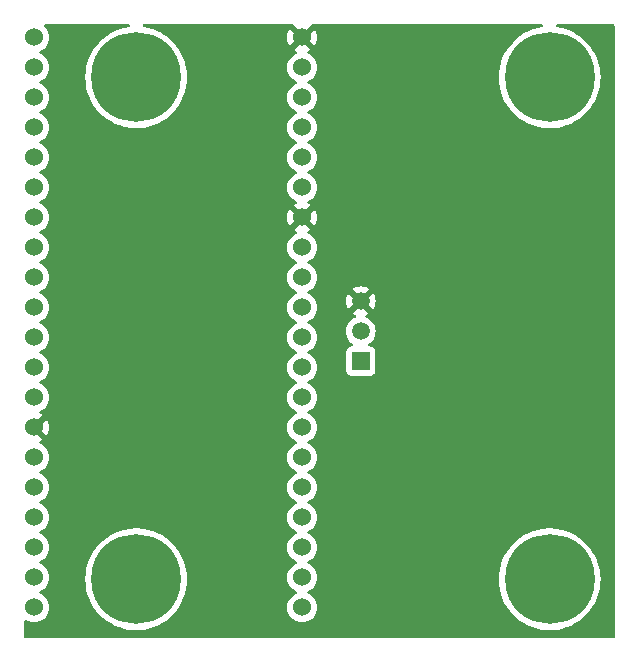
<source format=gbl>
%TF.GenerationSoftware,KiCad,Pcbnew,8.0.7-8.0.7-0~ubuntu22.04.1*%
%TF.CreationDate,2024-12-29T16:10:50-07:00*%
%TF.ProjectId,MotionDetector,4d6f7469-6f6e-4446-9574-6563746f722e,A*%
%TF.SameCoordinates,Original*%
%TF.FileFunction,Copper,L2,Bot*%
%TF.FilePolarity,Positive*%
%FSLAX46Y46*%
G04 Gerber Fmt 4.6, Leading zero omitted, Abs format (unit mm)*
G04 Created by KiCad (PCBNEW 8.0.7-8.0.7-0~ubuntu22.04.1) date 2024-12-29 16:10:50*
%MOMM*%
%LPD*%
G01*
G04 APERTURE LIST*
%TA.AperFunction,ComponentPad*%
%ADD10C,7.600000*%
%TD*%
%TA.AperFunction,ComponentPad*%
%ADD11C,1.530000*%
%TD*%
%TA.AperFunction,ComponentPad*%
%ADD12R,1.500000X1.500000*%
%TD*%
%TA.AperFunction,ComponentPad*%
%ADD13C,1.500000*%
%TD*%
G04 APERTURE END LIST*
D10*
%TO.P,REF\u002A\u002A,1*%
%TO.N,N/C*%
X145000000Y-97500000D03*
%TD*%
D11*
%TO.P,J2,1*%
%TO.N,GND*%
X124050000Y-51620000D03*
%TO.P,J2,2*%
%TO.N,P23*%
X124050000Y-54160000D03*
%TO.P,J2,3*%
%TO.N,P22*%
X124050000Y-56700000D03*
%TO.P,J2,4*%
%TO.N,TX*%
X124050000Y-59240000D03*
%TO.P,J2,5*%
%TO.N,RX*%
X124050000Y-61780000D03*
%TO.P,J2,6*%
%TO.N,P21*%
X124050000Y-64320000D03*
%TO.P,J2,7*%
%TO.N,GND*%
X124050000Y-66860000D03*
%TO.P,J2,8*%
%TO.N,P19*%
X124050000Y-69400000D03*
%TO.P,J2,9*%
%TO.N,P18*%
X124050000Y-71940000D03*
%TO.P,J2,10*%
%TO.N,P5*%
X124050000Y-74480000D03*
%TO.P,J2,11*%
%TO.N,P17*%
X124050000Y-77020000D03*
%TO.P,J2,12*%
%TO.N,P16*%
X124050000Y-79560000D03*
%TO.P,J2,13*%
%TO.N,P4*%
X124050000Y-82100000D03*
%TO.P,J2,14*%
%TO.N,P0*%
X124050000Y-84640000D03*
%TO.P,J2,15*%
%TO.N,P2*%
X124050000Y-87180000D03*
%TO.P,J2,16*%
%TO.N,P15*%
X124050000Y-89720000D03*
%TO.P,J2,17*%
%TO.N,SD1*%
X124050000Y-92260000D03*
%TO.P,J2,18*%
%TO.N,SD0*%
X124050000Y-94800000D03*
%TO.P,J2,19*%
%TO.N,CLK*%
X124050000Y-97340000D03*
%TO.P,J2,20*%
%TO.N,unconnected-(J2-Pad20)*%
X124050000Y-99880000D03*
%TD*%
D10*
%TO.P,REF\u002A\u002A,1*%
%TO.N,N/C*%
X110000000Y-55000000D03*
%TD*%
%TO.P,REF\u002A\u002A,1*%
%TO.N,N/C*%
X145000000Y-55000000D03*
%TD*%
%TO.P,REF\u002A\u002A,1*%
%TO.N,N/C*%
X110000000Y-97500000D03*
%TD*%
D11*
%TO.P,J1,1*%
%TO.N,+3.3V*%
X101350000Y-51620000D03*
%TO.P,J1,2*%
%TO.N,EN*%
X101350000Y-54160000D03*
%TO.P,J1,3*%
%TO.N,SVP*%
X101350000Y-56700000D03*
%TO.P,J1,4*%
%TO.N,SVN*%
X101350000Y-59240000D03*
%TO.P,J1,5*%
%TO.N,P34*%
X101350000Y-61780000D03*
%TO.P,J1,6*%
%TO.N,P35*%
X101350000Y-64320000D03*
%TO.P,J1,7*%
%TO.N,P32*%
X101350000Y-66860000D03*
%TO.P,J1,8*%
%TO.N,P33*%
X101350000Y-69400000D03*
%TO.P,J1,9*%
%TO.N,P25*%
X101350000Y-71940000D03*
%TO.P,J1,10*%
%TO.N,P26*%
X101350000Y-74480000D03*
%TO.P,J1,11*%
%TO.N,P27*%
X101350000Y-77020000D03*
%TO.P,J1,12*%
%TO.N,P14*%
X101350000Y-79560000D03*
%TO.P,J1,13*%
%TO.N,P12*%
X101350000Y-82100000D03*
%TO.P,J1,14*%
%TO.N,GND*%
X101350000Y-84640000D03*
%TO.P,J1,15*%
%TO.N,P13*%
X101350000Y-87180000D03*
%TO.P,J1,16*%
%TO.N,SD2*%
X101350000Y-89720000D03*
%TO.P,J1,17*%
%TO.N,SD3*%
X101350000Y-92260000D03*
%TO.P,J1,18*%
%TO.N,CMD*%
X101350000Y-94800000D03*
%TO.P,J1,19*%
%TO.N,+5V*%
X101350000Y-97340000D03*
%TO.P,J1,20*%
%TO.N,unconnected-(J1-Pad20)*%
X101350000Y-99880000D03*
%TD*%
D12*
%TO.P,J3,1,1*%
%TO.N,+5V*%
X129000000Y-79040000D03*
D13*
%TO.P,J3,2,2*%
%TO.N,P16*%
X129000000Y-76500000D03*
%TO.P,J3,3,3*%
%TO.N,GND*%
X129000000Y-73960000D03*
%TD*%
%TA.AperFunction,Conductor*%
%TO.N,GND*%
G36*
X109390313Y-50520185D02*
G01*
X109436068Y-50572989D01*
X109446012Y-50642147D01*
X109416987Y-50705703D01*
X109358209Y-50743477D01*
X109346741Y-50746259D01*
X108984979Y-50815982D01*
X108984960Y-50815987D01*
X108591859Y-50931411D01*
X108591847Y-50931415D01*
X108211483Y-51083690D01*
X107847315Y-51271432D01*
X107502634Y-51492943D01*
X107180590Y-51746202D01*
X107180568Y-51746222D01*
X106884941Y-52028102D01*
X106884052Y-52028950D01*
X106861930Y-52054480D01*
X106615746Y-52338591D01*
X106615735Y-52338604D01*
X106378095Y-52672322D01*
X106378089Y-52672330D01*
X106173230Y-53027157D01*
X106003030Y-53399843D01*
X106003020Y-53399868D01*
X105869024Y-53787023D01*
X105869021Y-53787033D01*
X105772427Y-54185200D01*
X105714118Y-54590743D01*
X105694623Y-55000000D01*
X105714118Y-55409256D01*
X105772427Y-55814799D01*
X105869021Y-56212966D01*
X105869024Y-56212976D01*
X106003020Y-56600131D01*
X106003030Y-56600156D01*
X106173230Y-56972842D01*
X106378089Y-57327669D01*
X106378095Y-57327677D01*
X106615735Y-57661395D01*
X106615744Y-57661405D01*
X106615745Y-57661407D01*
X106884052Y-57971050D01*
X107180578Y-58253787D01*
X107180585Y-58253792D01*
X107180590Y-58253797D01*
X107502634Y-58507056D01*
X107502636Y-58507057D01*
X107847312Y-58728566D01*
X108211482Y-58916309D01*
X108591849Y-59068585D01*
X108984969Y-59184015D01*
X108984977Y-59184016D01*
X108984979Y-59184017D01*
X109275447Y-59240000D01*
X109387281Y-59261554D01*
X109795142Y-59300500D01*
X109795148Y-59300500D01*
X110204852Y-59300500D01*
X110204858Y-59300500D01*
X110612719Y-59261554D01*
X111015031Y-59184015D01*
X111408151Y-59068585D01*
X111788518Y-58916309D01*
X112152689Y-58728566D01*
X112497364Y-58507057D01*
X112819422Y-58253787D01*
X113115948Y-57971050D01*
X113384255Y-57661407D01*
X113621914Y-57327663D01*
X113826772Y-56972838D01*
X113996974Y-56600147D01*
X114130979Y-56212965D01*
X114227573Y-55814798D01*
X114285882Y-55409252D01*
X114305377Y-55000000D01*
X114285882Y-54590748D01*
X114227573Y-54185202D01*
X114130979Y-53787035D01*
X114109688Y-53725520D01*
X113996979Y-53399868D01*
X113996974Y-53399853D01*
X113826772Y-53027162D01*
X113621914Y-52672337D01*
X113621910Y-52672330D01*
X113621904Y-52672322D01*
X113384264Y-52338604D01*
X113384253Y-52338591D01*
X113115948Y-52028950D01*
X112819422Y-51746213D01*
X112819415Y-51746207D01*
X112819409Y-51746202D01*
X112497365Y-51492943D01*
X112314795Y-51375613D01*
X112152689Y-51271434D01*
X111788518Y-51083691D01*
X111788512Y-51083688D01*
X111788509Y-51083687D01*
X111408152Y-50931415D01*
X111408140Y-50931411D01*
X111015039Y-50815987D01*
X111015020Y-50815982D01*
X110653259Y-50746259D01*
X110591156Y-50714243D01*
X110556221Y-50653734D01*
X110559546Y-50583944D01*
X110600074Y-50527029D01*
X110664939Y-50501061D01*
X110676726Y-50500500D01*
X123232691Y-50500500D01*
X123299730Y-50520185D01*
X123320372Y-50536819D01*
X123912425Y-51128871D01*
X123853147Y-51144755D01*
X123736853Y-51211898D01*
X123641898Y-51306853D01*
X123574755Y-51423147D01*
X123558871Y-51482424D01*
X122996104Y-50919657D01*
X122996103Y-50919658D01*
X122950295Y-50985080D01*
X122856749Y-51185690D01*
X122856745Y-51185699D01*
X122799461Y-51399490D01*
X122799459Y-51399500D01*
X122780168Y-51619999D01*
X122780168Y-51620000D01*
X122799459Y-51840499D01*
X122799461Y-51840509D01*
X122856745Y-52054300D01*
X122856749Y-52054309D01*
X122950293Y-52254916D01*
X122950295Y-52254920D01*
X122996103Y-52320341D01*
X122996104Y-52320341D01*
X123558871Y-51757574D01*
X123574755Y-51816853D01*
X123641898Y-51933147D01*
X123736853Y-52028102D01*
X123853147Y-52095245D01*
X123912425Y-52111128D01*
X123349657Y-52673894D01*
X123415084Y-52719707D01*
X123538683Y-52777342D01*
X123591122Y-52823514D01*
X123610274Y-52890708D01*
X123590058Y-52957589D01*
X123538683Y-53002106D01*
X123414833Y-53059857D01*
X123233444Y-53186868D01*
X123076868Y-53343444D01*
X122949857Y-53524834D01*
X122949856Y-53524836D01*
X122856279Y-53725513D01*
X122856275Y-53725524D01*
X122798965Y-53939407D01*
X122798964Y-53939414D01*
X122779666Y-54159998D01*
X122779666Y-54160001D01*
X122798964Y-54380585D01*
X122798965Y-54380592D01*
X122856275Y-54594475D01*
X122856279Y-54594486D01*
X122949856Y-54795163D01*
X122949858Y-54795167D01*
X123076868Y-54976555D01*
X123233445Y-55133132D01*
X123414833Y-55260142D01*
X123476828Y-55289050D01*
X123538091Y-55317618D01*
X123590531Y-55363790D01*
X123609683Y-55430983D01*
X123589467Y-55497865D01*
X123538091Y-55542382D01*
X123414836Y-55599856D01*
X123414834Y-55599857D01*
X123233444Y-55726868D01*
X123076868Y-55883444D01*
X122949857Y-56064834D01*
X122949856Y-56064836D01*
X122856279Y-56265513D01*
X122856275Y-56265524D01*
X122798965Y-56479407D01*
X122798964Y-56479414D01*
X122779666Y-56699998D01*
X122779666Y-56700001D01*
X122798964Y-56920585D01*
X122798965Y-56920592D01*
X122856275Y-57134475D01*
X122856279Y-57134486D01*
X122946365Y-57327677D01*
X122949858Y-57335167D01*
X123076868Y-57516555D01*
X123233445Y-57673132D01*
X123414833Y-57800142D01*
X123476828Y-57829050D01*
X123538091Y-57857618D01*
X123590531Y-57903790D01*
X123609683Y-57970983D01*
X123589467Y-58037865D01*
X123538091Y-58082382D01*
X123414836Y-58139856D01*
X123414834Y-58139857D01*
X123233444Y-58266868D01*
X123076868Y-58423444D01*
X122949857Y-58604834D01*
X122949856Y-58604836D01*
X122856279Y-58805513D01*
X122856275Y-58805524D01*
X122798965Y-59019407D01*
X122798964Y-59019414D01*
X122779666Y-59239998D01*
X122779666Y-59240001D01*
X122798964Y-59460585D01*
X122798965Y-59460592D01*
X122856275Y-59674475D01*
X122856279Y-59674486D01*
X122949856Y-59875163D01*
X122949858Y-59875167D01*
X123076868Y-60056555D01*
X123233445Y-60213132D01*
X123414833Y-60340142D01*
X123476828Y-60369050D01*
X123538091Y-60397618D01*
X123590531Y-60443790D01*
X123609683Y-60510983D01*
X123589467Y-60577865D01*
X123538091Y-60622382D01*
X123414836Y-60679856D01*
X123414834Y-60679857D01*
X123233444Y-60806868D01*
X123076868Y-60963444D01*
X122949857Y-61144834D01*
X122949856Y-61144836D01*
X122856279Y-61345513D01*
X122856275Y-61345524D01*
X122798965Y-61559407D01*
X122798964Y-61559414D01*
X122779666Y-61779998D01*
X122779666Y-61780001D01*
X122798964Y-62000585D01*
X122798965Y-62000592D01*
X122856275Y-62214475D01*
X122856279Y-62214486D01*
X122949856Y-62415163D01*
X122949858Y-62415167D01*
X123076868Y-62596555D01*
X123233445Y-62753132D01*
X123414833Y-62880142D01*
X123476828Y-62909050D01*
X123538091Y-62937618D01*
X123590531Y-62983790D01*
X123609683Y-63050983D01*
X123589467Y-63117865D01*
X123538091Y-63162382D01*
X123414836Y-63219856D01*
X123414834Y-63219857D01*
X123233444Y-63346868D01*
X123076868Y-63503444D01*
X122949857Y-63684834D01*
X122949856Y-63684836D01*
X122856279Y-63885513D01*
X122856275Y-63885524D01*
X122798965Y-64099407D01*
X122798964Y-64099414D01*
X122779666Y-64319998D01*
X122779666Y-64320001D01*
X122798964Y-64540585D01*
X122798965Y-64540592D01*
X122856275Y-64754475D01*
X122856279Y-64754486D01*
X122949856Y-64955163D01*
X122949858Y-64955167D01*
X123076868Y-65136555D01*
X123233445Y-65293132D01*
X123414833Y-65420142D01*
X123538682Y-65477893D01*
X123591122Y-65524065D01*
X123610274Y-65591258D01*
X123590059Y-65658139D01*
X123538683Y-65702657D01*
X123415080Y-65760294D01*
X123349658Y-65806103D01*
X123349657Y-65806104D01*
X123912425Y-66368871D01*
X123853147Y-66384755D01*
X123736853Y-66451898D01*
X123641898Y-66546853D01*
X123574755Y-66663147D01*
X123558871Y-66722424D01*
X122996104Y-66159657D01*
X122996103Y-66159658D01*
X122950295Y-66225080D01*
X122856749Y-66425690D01*
X122856745Y-66425699D01*
X122799461Y-66639490D01*
X122799459Y-66639500D01*
X122780168Y-66859999D01*
X122780168Y-66860000D01*
X122799459Y-67080499D01*
X122799461Y-67080509D01*
X122856745Y-67294300D01*
X122856749Y-67294309D01*
X122950293Y-67494916D01*
X122950295Y-67494920D01*
X122996103Y-67560341D01*
X122996104Y-67560341D01*
X123558871Y-66997574D01*
X123574755Y-67056853D01*
X123641898Y-67173147D01*
X123736853Y-67268102D01*
X123853147Y-67335245D01*
X123912425Y-67351128D01*
X123349657Y-67913894D01*
X123415084Y-67959707D01*
X123538683Y-68017342D01*
X123591122Y-68063514D01*
X123610274Y-68130708D01*
X123590058Y-68197589D01*
X123538683Y-68242106D01*
X123414833Y-68299857D01*
X123233444Y-68426868D01*
X123076868Y-68583444D01*
X122949857Y-68764834D01*
X122949856Y-68764836D01*
X122856279Y-68965513D01*
X122856275Y-68965524D01*
X122798965Y-69179407D01*
X122798964Y-69179414D01*
X122779666Y-69399998D01*
X122779666Y-69400001D01*
X122798964Y-69620585D01*
X122798965Y-69620592D01*
X122856275Y-69834475D01*
X122856279Y-69834486D01*
X122949856Y-70035163D01*
X122949858Y-70035167D01*
X123076868Y-70216555D01*
X123233445Y-70373132D01*
X123414833Y-70500142D01*
X123476828Y-70529050D01*
X123538091Y-70557618D01*
X123590531Y-70603790D01*
X123609683Y-70670983D01*
X123589467Y-70737865D01*
X123538091Y-70782382D01*
X123414836Y-70839856D01*
X123414834Y-70839857D01*
X123233444Y-70966868D01*
X123076868Y-71123444D01*
X122949857Y-71304834D01*
X122949856Y-71304836D01*
X122856279Y-71505513D01*
X122856275Y-71505524D01*
X122798965Y-71719407D01*
X122798964Y-71719414D01*
X122779666Y-71939998D01*
X122779666Y-71940001D01*
X122798964Y-72160585D01*
X122798965Y-72160592D01*
X122856275Y-72374475D01*
X122856279Y-72374486D01*
X122949856Y-72575163D01*
X122949858Y-72575167D01*
X123076868Y-72756555D01*
X123233445Y-72913132D01*
X123414833Y-73040142D01*
X123476828Y-73069050D01*
X123538091Y-73097618D01*
X123590531Y-73143790D01*
X123609683Y-73210983D01*
X123589467Y-73277865D01*
X123538091Y-73322382D01*
X123414836Y-73379856D01*
X123414834Y-73379857D01*
X123233444Y-73506868D01*
X123076868Y-73663444D01*
X122949857Y-73844834D01*
X122949856Y-73844836D01*
X122856279Y-74045513D01*
X122856275Y-74045524D01*
X122798965Y-74259407D01*
X122798964Y-74259414D01*
X122779666Y-74479998D01*
X122779666Y-74480001D01*
X122798964Y-74700585D01*
X122798965Y-74700592D01*
X122856275Y-74914475D01*
X122856279Y-74914486D01*
X122949856Y-75115163D01*
X122949858Y-75115167D01*
X123076868Y-75296555D01*
X123233445Y-75453132D01*
X123414833Y-75580142D01*
X123476828Y-75609050D01*
X123538091Y-75637618D01*
X123590531Y-75683790D01*
X123609683Y-75750983D01*
X123589467Y-75817865D01*
X123538091Y-75862382D01*
X123414836Y-75919856D01*
X123414834Y-75919857D01*
X123233444Y-76046868D01*
X123076868Y-76203444D01*
X122949857Y-76384834D01*
X122949856Y-76384836D01*
X122856279Y-76585513D01*
X122856275Y-76585524D01*
X122798965Y-76799407D01*
X122798964Y-76799414D01*
X122779666Y-77019998D01*
X122779666Y-77020001D01*
X122798964Y-77240585D01*
X122798965Y-77240592D01*
X122856275Y-77454475D01*
X122856279Y-77454486D01*
X122916811Y-77584297D01*
X122949858Y-77655167D01*
X123076868Y-77836555D01*
X123233445Y-77993132D01*
X123414833Y-78120142D01*
X123476828Y-78149050D01*
X123538091Y-78177618D01*
X123590531Y-78223790D01*
X123609683Y-78290983D01*
X123589467Y-78357865D01*
X123538091Y-78402382D01*
X123414836Y-78459856D01*
X123414834Y-78459857D01*
X123233444Y-78586868D01*
X123076868Y-78743444D01*
X122949857Y-78924834D01*
X122949856Y-78924836D01*
X122856279Y-79125513D01*
X122856275Y-79125524D01*
X122798965Y-79339407D01*
X122798964Y-79339414D01*
X122779666Y-79559998D01*
X122779666Y-79560001D01*
X122798964Y-79780585D01*
X122798965Y-79780592D01*
X122856275Y-79994475D01*
X122856279Y-79994486D01*
X122949856Y-80195163D01*
X122949858Y-80195167D01*
X123076868Y-80376555D01*
X123233445Y-80533132D01*
X123414833Y-80660142D01*
X123476828Y-80689050D01*
X123538091Y-80717618D01*
X123590531Y-80763790D01*
X123609683Y-80830983D01*
X123589467Y-80897865D01*
X123538091Y-80942382D01*
X123414836Y-80999856D01*
X123414834Y-80999857D01*
X123233444Y-81126868D01*
X123076868Y-81283444D01*
X122949857Y-81464834D01*
X122949856Y-81464836D01*
X122856279Y-81665513D01*
X122856275Y-81665524D01*
X122798965Y-81879407D01*
X122798964Y-81879414D01*
X122779666Y-82099998D01*
X122779666Y-82100001D01*
X122798964Y-82320585D01*
X122798965Y-82320592D01*
X122856275Y-82534475D01*
X122856279Y-82534486D01*
X122949856Y-82735163D01*
X122949858Y-82735167D01*
X123076868Y-82916555D01*
X123233445Y-83073132D01*
X123414833Y-83200142D01*
X123476828Y-83229050D01*
X123538091Y-83257618D01*
X123590531Y-83303790D01*
X123609683Y-83370983D01*
X123589467Y-83437865D01*
X123538091Y-83482382D01*
X123414836Y-83539856D01*
X123414834Y-83539857D01*
X123233444Y-83666868D01*
X123076868Y-83823444D01*
X122949857Y-84004834D01*
X122949856Y-84004836D01*
X122856279Y-84205513D01*
X122856275Y-84205524D01*
X122798965Y-84419407D01*
X122798964Y-84419414D01*
X122779666Y-84639998D01*
X122779666Y-84640001D01*
X122798964Y-84860585D01*
X122798965Y-84860592D01*
X122856275Y-85074475D01*
X122856279Y-85074486D01*
X122949742Y-85274919D01*
X122949858Y-85275167D01*
X123076868Y-85456555D01*
X123233445Y-85613132D01*
X123414833Y-85740142D01*
X123476828Y-85769050D01*
X123538091Y-85797618D01*
X123590531Y-85843790D01*
X123609683Y-85910983D01*
X123589467Y-85977865D01*
X123538091Y-86022382D01*
X123414836Y-86079856D01*
X123414834Y-86079857D01*
X123233444Y-86206868D01*
X123076868Y-86363444D01*
X122949857Y-86544834D01*
X122949856Y-86544836D01*
X122856279Y-86745513D01*
X122856275Y-86745524D01*
X122798965Y-86959407D01*
X122798964Y-86959414D01*
X122779666Y-87179998D01*
X122779666Y-87180001D01*
X122798964Y-87400585D01*
X122798965Y-87400592D01*
X122856275Y-87614475D01*
X122856279Y-87614486D01*
X122949856Y-87815163D01*
X122949858Y-87815167D01*
X123076868Y-87996555D01*
X123233445Y-88153132D01*
X123414833Y-88280142D01*
X123476828Y-88309050D01*
X123538091Y-88337618D01*
X123590531Y-88383790D01*
X123609683Y-88450983D01*
X123589467Y-88517865D01*
X123538091Y-88562382D01*
X123414836Y-88619856D01*
X123414834Y-88619857D01*
X123233444Y-88746868D01*
X123076868Y-88903444D01*
X122949857Y-89084834D01*
X122949856Y-89084836D01*
X122856279Y-89285513D01*
X122856275Y-89285524D01*
X122798965Y-89499407D01*
X122798964Y-89499414D01*
X122779666Y-89719998D01*
X122779666Y-89720001D01*
X122798964Y-89940585D01*
X122798965Y-89940592D01*
X122856275Y-90154475D01*
X122856279Y-90154486D01*
X122949856Y-90355163D01*
X122949858Y-90355167D01*
X123076868Y-90536555D01*
X123233445Y-90693132D01*
X123414833Y-90820142D01*
X123476828Y-90849050D01*
X123538091Y-90877618D01*
X123590531Y-90923790D01*
X123609683Y-90990983D01*
X123589467Y-91057865D01*
X123538091Y-91102382D01*
X123414836Y-91159856D01*
X123414834Y-91159857D01*
X123233444Y-91286868D01*
X123076868Y-91443444D01*
X122949857Y-91624834D01*
X122949856Y-91624836D01*
X122856279Y-91825513D01*
X122856275Y-91825524D01*
X122798965Y-92039407D01*
X122798964Y-92039414D01*
X122779666Y-92259998D01*
X122779666Y-92260001D01*
X122798964Y-92480585D01*
X122798965Y-92480592D01*
X122856275Y-92694475D01*
X122856279Y-92694486D01*
X122949856Y-92895163D01*
X122949858Y-92895167D01*
X123076868Y-93076555D01*
X123233445Y-93233132D01*
X123414833Y-93360142D01*
X123476828Y-93389050D01*
X123538091Y-93417618D01*
X123590531Y-93463790D01*
X123609683Y-93530983D01*
X123589467Y-93597865D01*
X123538091Y-93642382D01*
X123414836Y-93699856D01*
X123414834Y-93699857D01*
X123233444Y-93826868D01*
X123076868Y-93983444D01*
X122949857Y-94164834D01*
X122949856Y-94164836D01*
X122856279Y-94365513D01*
X122856275Y-94365524D01*
X122798965Y-94579407D01*
X122798964Y-94579414D01*
X122779666Y-94799998D01*
X122779666Y-94800001D01*
X122798964Y-95020585D01*
X122798965Y-95020592D01*
X122856275Y-95234475D01*
X122856279Y-95234486D01*
X122949856Y-95435163D01*
X122949858Y-95435167D01*
X123076868Y-95616555D01*
X123233445Y-95773132D01*
X123414833Y-95900142D01*
X123476828Y-95929050D01*
X123538091Y-95957618D01*
X123590531Y-96003790D01*
X123609683Y-96070983D01*
X123589467Y-96137865D01*
X123538091Y-96182382D01*
X123414836Y-96239856D01*
X123414834Y-96239857D01*
X123233444Y-96366868D01*
X123076868Y-96523444D01*
X122949857Y-96704834D01*
X122949856Y-96704836D01*
X122856279Y-96905513D01*
X122856275Y-96905524D01*
X122798965Y-97119407D01*
X122798964Y-97119414D01*
X122779666Y-97339998D01*
X122779666Y-97340001D01*
X122798964Y-97560585D01*
X122798965Y-97560592D01*
X122856275Y-97774475D01*
X122856279Y-97774486D01*
X122919123Y-97909256D01*
X122949858Y-97975167D01*
X123076868Y-98156555D01*
X123233445Y-98313132D01*
X123414833Y-98440142D01*
X123476828Y-98469050D01*
X123538091Y-98497618D01*
X123590531Y-98543790D01*
X123609683Y-98610983D01*
X123589467Y-98677865D01*
X123538091Y-98722382D01*
X123414836Y-98779856D01*
X123414834Y-98779857D01*
X123233444Y-98906868D01*
X123076868Y-99063444D01*
X122949857Y-99244834D01*
X122949856Y-99244836D01*
X122856279Y-99445513D01*
X122856275Y-99445524D01*
X122798965Y-99659407D01*
X122798964Y-99659414D01*
X122779666Y-99879998D01*
X122779666Y-99880001D01*
X122798964Y-100100585D01*
X122798965Y-100100592D01*
X122856275Y-100314475D01*
X122856279Y-100314486D01*
X122929286Y-100471050D01*
X122949858Y-100515167D01*
X123076868Y-100696555D01*
X123233445Y-100853132D01*
X123414833Y-100980142D01*
X123472551Y-101007056D01*
X123615513Y-101073720D01*
X123615515Y-101073720D01*
X123615520Y-101073723D01*
X123829409Y-101131035D01*
X123986974Y-101144820D01*
X124049998Y-101150334D01*
X124050000Y-101150334D01*
X124050002Y-101150334D01*
X124105147Y-101145509D01*
X124270591Y-101131035D01*
X124484480Y-101073723D01*
X124685167Y-100980142D01*
X124866555Y-100853132D01*
X125023132Y-100696555D01*
X125150142Y-100515167D01*
X125243723Y-100314480D01*
X125301035Y-100100591D01*
X125320334Y-99880000D01*
X125301035Y-99659409D01*
X125243723Y-99445520D01*
X125150142Y-99244833D01*
X125023132Y-99063445D01*
X124866555Y-98906868D01*
X124685167Y-98779858D01*
X124561907Y-98722381D01*
X124509468Y-98676210D01*
X124490316Y-98609017D01*
X124510531Y-98542136D01*
X124561908Y-98497618D01*
X124685167Y-98440142D01*
X124866555Y-98313132D01*
X125023132Y-98156555D01*
X125150142Y-97975167D01*
X125243723Y-97774480D01*
X125301035Y-97560591D01*
X125306336Y-97500000D01*
X140694623Y-97500000D01*
X140714118Y-97909256D01*
X140772427Y-98314799D01*
X140869021Y-98712966D01*
X140869024Y-98712976D01*
X141003020Y-99100131D01*
X141003030Y-99100156D01*
X141173230Y-99472842D01*
X141378089Y-99827669D01*
X141378095Y-99827677D01*
X141615735Y-100161395D01*
X141615744Y-100161405D01*
X141615745Y-100161407D01*
X141884052Y-100471050D01*
X142180578Y-100753787D01*
X142180585Y-100753792D01*
X142180590Y-100753797D01*
X142502634Y-101007056D01*
X142502636Y-101007057D01*
X142847312Y-101228566D01*
X143211482Y-101416309D01*
X143591849Y-101568585D01*
X143984969Y-101684015D01*
X144387281Y-101761554D01*
X144795142Y-101800500D01*
X144795148Y-101800500D01*
X145204852Y-101800500D01*
X145204858Y-101800500D01*
X145612719Y-101761554D01*
X146015031Y-101684015D01*
X146408151Y-101568585D01*
X146788518Y-101416309D01*
X147152689Y-101228566D01*
X147497364Y-101007057D01*
X147819422Y-100753787D01*
X148115948Y-100471050D01*
X148384255Y-100161407D01*
X148427562Y-100100592D01*
X148621904Y-99827677D01*
X148621910Y-99827669D01*
X148621911Y-99827666D01*
X148621914Y-99827663D01*
X148826772Y-99472838D01*
X148996974Y-99100147D01*
X149130979Y-98712965D01*
X149227573Y-98314798D01*
X149285882Y-97909252D01*
X149305377Y-97500000D01*
X149285882Y-97090748D01*
X149227573Y-96685202D01*
X149130979Y-96287035D01*
X148996974Y-95899853D01*
X148826772Y-95527162D01*
X148621914Y-95172337D01*
X148621910Y-95172330D01*
X148621904Y-95172322D01*
X148384264Y-94838604D01*
X148384253Y-94838591D01*
X148115948Y-94528950D01*
X147819422Y-94246213D01*
X147819415Y-94246207D01*
X147819409Y-94246202D01*
X147497365Y-93992943D01*
X147314795Y-93875613D01*
X147152689Y-93771434D01*
X146788518Y-93583691D01*
X146788512Y-93583688D01*
X146788509Y-93583687D01*
X146408152Y-93431415D01*
X146408140Y-93431411D01*
X146015039Y-93315987D01*
X146015020Y-93315982D01*
X145612734Y-93238448D01*
X145612722Y-93238446D01*
X145476765Y-93225464D01*
X145204858Y-93199500D01*
X144795142Y-93199500D01*
X144550425Y-93222867D01*
X144387277Y-93238446D01*
X144387265Y-93238448D01*
X143984979Y-93315982D01*
X143984960Y-93315987D01*
X143591859Y-93431411D01*
X143591847Y-93431415D01*
X143211483Y-93583690D01*
X142847315Y-93771432D01*
X142502634Y-93992943D01*
X142180590Y-94246202D01*
X142180568Y-94246222D01*
X141884055Y-94528947D01*
X141884053Y-94528949D01*
X141615746Y-94838591D01*
X141615735Y-94838604D01*
X141378095Y-95172322D01*
X141378089Y-95172330D01*
X141173230Y-95527157D01*
X141003030Y-95899843D01*
X141003020Y-95899868D01*
X140869024Y-96287023D01*
X140869021Y-96287033D01*
X140772427Y-96685200D01*
X140714118Y-97090743D01*
X140694623Y-97500000D01*
X125306336Y-97500000D01*
X125320334Y-97340000D01*
X125301035Y-97119409D01*
X125243723Y-96905520D01*
X125150142Y-96704833D01*
X125023132Y-96523445D01*
X124866555Y-96366868D01*
X124685167Y-96239858D01*
X124561907Y-96182381D01*
X124509468Y-96136210D01*
X124490316Y-96069017D01*
X124510531Y-96002136D01*
X124561908Y-95957618D01*
X124685167Y-95900142D01*
X124866555Y-95773132D01*
X125023132Y-95616555D01*
X125150142Y-95435167D01*
X125243723Y-95234480D01*
X125301035Y-95020591D01*
X125320334Y-94800000D01*
X125301035Y-94579409D01*
X125243723Y-94365520D01*
X125150142Y-94164833D01*
X125023132Y-93983445D01*
X124866555Y-93826868D01*
X124685167Y-93699858D01*
X124561907Y-93642381D01*
X124509468Y-93596210D01*
X124490316Y-93529017D01*
X124510531Y-93462136D01*
X124561908Y-93417618D01*
X124685167Y-93360142D01*
X124866555Y-93233132D01*
X125023132Y-93076555D01*
X125150142Y-92895167D01*
X125243723Y-92694480D01*
X125301035Y-92480591D01*
X125320334Y-92260000D01*
X125301035Y-92039409D01*
X125243723Y-91825520D01*
X125150142Y-91624833D01*
X125023132Y-91443445D01*
X124866555Y-91286868D01*
X124685167Y-91159858D01*
X124561907Y-91102381D01*
X124509468Y-91056210D01*
X124490316Y-90989017D01*
X124510531Y-90922136D01*
X124561908Y-90877618D01*
X124685167Y-90820142D01*
X124866555Y-90693132D01*
X125023132Y-90536555D01*
X125150142Y-90355167D01*
X125243723Y-90154480D01*
X125301035Y-89940591D01*
X125320334Y-89720000D01*
X125301035Y-89499409D01*
X125243723Y-89285520D01*
X125150142Y-89084833D01*
X125023132Y-88903445D01*
X124866555Y-88746868D01*
X124685167Y-88619858D01*
X124561907Y-88562381D01*
X124509468Y-88516210D01*
X124490316Y-88449017D01*
X124510531Y-88382136D01*
X124561908Y-88337618D01*
X124685167Y-88280142D01*
X124866555Y-88153132D01*
X125023132Y-87996555D01*
X125150142Y-87815167D01*
X125243723Y-87614480D01*
X125301035Y-87400591D01*
X125320334Y-87180000D01*
X125301035Y-86959409D01*
X125243723Y-86745520D01*
X125150142Y-86544833D01*
X125023132Y-86363445D01*
X124866555Y-86206868D01*
X124685167Y-86079858D01*
X124561907Y-86022381D01*
X124509468Y-85976210D01*
X124490316Y-85909017D01*
X124510531Y-85842136D01*
X124561908Y-85797618D01*
X124562500Y-85797342D01*
X124685167Y-85740142D01*
X124866555Y-85613132D01*
X125023132Y-85456555D01*
X125150142Y-85275167D01*
X125243723Y-85074480D01*
X125301035Y-84860591D01*
X125320334Y-84640000D01*
X125301035Y-84419409D01*
X125243723Y-84205520D01*
X125150142Y-84004833D01*
X125023132Y-83823445D01*
X124866555Y-83666868D01*
X124685167Y-83539858D01*
X124561907Y-83482381D01*
X124509468Y-83436210D01*
X124490316Y-83369017D01*
X124510531Y-83302136D01*
X124561908Y-83257618D01*
X124685167Y-83200142D01*
X124866555Y-83073132D01*
X125023132Y-82916555D01*
X125150142Y-82735167D01*
X125243723Y-82534480D01*
X125301035Y-82320591D01*
X125320334Y-82100000D01*
X125301035Y-81879409D01*
X125243723Y-81665520D01*
X125150142Y-81464833D01*
X125023132Y-81283445D01*
X124866555Y-81126868D01*
X124685167Y-80999858D01*
X124561907Y-80942381D01*
X124509468Y-80896210D01*
X124490316Y-80829017D01*
X124510531Y-80762136D01*
X124561908Y-80717618D01*
X124685167Y-80660142D01*
X124866555Y-80533132D01*
X125023132Y-80376555D01*
X125150142Y-80195167D01*
X125243723Y-79994480D01*
X125301035Y-79780591D01*
X125320334Y-79560000D01*
X125301035Y-79339409D01*
X125243723Y-79125520D01*
X125150142Y-78924833D01*
X125023132Y-78743445D01*
X124866555Y-78586868D01*
X124685167Y-78459858D01*
X124561907Y-78402381D01*
X124509468Y-78356210D01*
X124490316Y-78289017D01*
X124510531Y-78222136D01*
X124561908Y-78177618D01*
X124685167Y-78120142D01*
X124866555Y-77993132D01*
X125023132Y-77836555D01*
X125150142Y-77655167D01*
X125243723Y-77454480D01*
X125301035Y-77240591D01*
X125320334Y-77020000D01*
X125301035Y-76799409D01*
X125243723Y-76585520D01*
X125203843Y-76499997D01*
X127744723Y-76499997D01*
X127744723Y-76500002D01*
X127763793Y-76717975D01*
X127763793Y-76717979D01*
X127820422Y-76929322D01*
X127820424Y-76929326D01*
X127820425Y-76929330D01*
X127862704Y-77019998D01*
X127912897Y-77127638D01*
X127912898Y-77127639D01*
X128038402Y-77306877D01*
X128193123Y-77461598D01*
X128339263Y-77563926D01*
X128382887Y-77618502D01*
X128390081Y-77688000D01*
X128358558Y-77750355D01*
X128298328Y-77785769D01*
X128268141Y-77789500D01*
X128202130Y-77789500D01*
X128202123Y-77789501D01*
X128142516Y-77795908D01*
X128007671Y-77846202D01*
X128007664Y-77846206D01*
X127892455Y-77932452D01*
X127892452Y-77932455D01*
X127806206Y-78047664D01*
X127806202Y-78047671D01*
X127755908Y-78182517D01*
X127749501Y-78242116D01*
X127749501Y-78242123D01*
X127749500Y-78242135D01*
X127749500Y-79837870D01*
X127749501Y-79837876D01*
X127755908Y-79897483D01*
X127806202Y-80032328D01*
X127806206Y-80032335D01*
X127892452Y-80147544D01*
X127892455Y-80147547D01*
X128007664Y-80233793D01*
X128007671Y-80233797D01*
X128142517Y-80284091D01*
X128142516Y-80284091D01*
X128149444Y-80284835D01*
X128202127Y-80290500D01*
X129797872Y-80290499D01*
X129857483Y-80284091D01*
X129992331Y-80233796D01*
X130107546Y-80147546D01*
X130193796Y-80032331D01*
X130244091Y-79897483D01*
X130250500Y-79837873D01*
X130250499Y-78242128D01*
X130244091Y-78182517D01*
X130193796Y-78047669D01*
X130193795Y-78047668D01*
X130193793Y-78047664D01*
X130107547Y-77932455D01*
X130107544Y-77932452D01*
X129992335Y-77846206D01*
X129992328Y-77846202D01*
X129857482Y-77795908D01*
X129857483Y-77795908D01*
X129797883Y-77789501D01*
X129797881Y-77789500D01*
X129797873Y-77789500D01*
X129797865Y-77789500D01*
X129731862Y-77789500D01*
X129664823Y-77769815D01*
X129619068Y-77717011D01*
X129609124Y-77647853D01*
X129638149Y-77584297D01*
X129660734Y-77563928D01*
X129806877Y-77461598D01*
X129961598Y-77306877D01*
X130087102Y-77127639D01*
X130179575Y-76929330D01*
X130236207Y-76717977D01*
X130255277Y-76500000D01*
X130236207Y-76282023D01*
X130179575Y-76070670D01*
X130087102Y-75872362D01*
X130087100Y-75872359D01*
X130087099Y-75872357D01*
X129961599Y-75693124D01*
X129906093Y-75637618D01*
X129806877Y-75538402D01*
X129627639Y-75412898D01*
X129627640Y-75412898D01*
X129627638Y-75412897D01*
X129475824Y-75342105D01*
X129423385Y-75295932D01*
X129404233Y-75228739D01*
X129424449Y-75161858D01*
X129475825Y-75117340D01*
X129627388Y-75046666D01*
X129689571Y-75003124D01*
X129129410Y-74442962D01*
X129192993Y-74425925D01*
X129307007Y-74360099D01*
X129400099Y-74267007D01*
X129465925Y-74152993D01*
X129482962Y-74089409D01*
X130043124Y-74649570D01*
X130086668Y-74587385D01*
X130086669Y-74587383D01*
X130179100Y-74389164D01*
X130179105Y-74389150D01*
X130235710Y-74177894D01*
X130235712Y-74177884D01*
X130254775Y-73960000D01*
X130254775Y-73959999D01*
X130235712Y-73742115D01*
X130235710Y-73742105D01*
X130179105Y-73530849D01*
X130179101Y-73530840D01*
X130086668Y-73332615D01*
X130043123Y-73270428D01*
X129482962Y-73830589D01*
X129465925Y-73767007D01*
X129400099Y-73652993D01*
X129307007Y-73559901D01*
X129192993Y-73494075D01*
X129129409Y-73477037D01*
X129689571Y-72916874D01*
X129627387Y-72873333D01*
X129429159Y-72780898D01*
X129429150Y-72780894D01*
X129217894Y-72724289D01*
X129217884Y-72724287D01*
X129000001Y-72705225D01*
X128999999Y-72705225D01*
X128782115Y-72724287D01*
X128782105Y-72724289D01*
X128570849Y-72780894D01*
X128570840Y-72780898D01*
X128372614Y-72873332D01*
X128372612Y-72873333D01*
X128310428Y-72916875D01*
X128310427Y-72916875D01*
X128870590Y-73477037D01*
X128807007Y-73494075D01*
X128692993Y-73559901D01*
X128599901Y-73652993D01*
X128534075Y-73767007D01*
X128517037Y-73830590D01*
X127956875Y-73270427D01*
X127956875Y-73270428D01*
X127913333Y-73332612D01*
X127913332Y-73332614D01*
X127820898Y-73530840D01*
X127820894Y-73530849D01*
X127764289Y-73742105D01*
X127764287Y-73742115D01*
X127745225Y-73959999D01*
X127745225Y-73960000D01*
X127764287Y-74177884D01*
X127764289Y-74177894D01*
X127820894Y-74389150D01*
X127820898Y-74389159D01*
X127913333Y-74587387D01*
X127956874Y-74649571D01*
X128517037Y-74089408D01*
X128534075Y-74152993D01*
X128599901Y-74267007D01*
X128692993Y-74360099D01*
X128807007Y-74425925D01*
X128870590Y-74442962D01*
X128310427Y-75003124D01*
X128372613Y-75046667D01*
X128372615Y-75046668D01*
X128524174Y-75117341D01*
X128576614Y-75163513D01*
X128595766Y-75230706D01*
X128575551Y-75297588D01*
X128524176Y-75342105D01*
X128372358Y-75412900D01*
X128372357Y-75412900D01*
X128193121Y-75538402D01*
X128038402Y-75693121D01*
X127912900Y-75872357D01*
X127912898Y-75872361D01*
X127820426Y-76070668D01*
X127820422Y-76070677D01*
X127763793Y-76282020D01*
X127763793Y-76282024D01*
X127744723Y-76499997D01*
X125203843Y-76499997D01*
X125150142Y-76384833D01*
X125023132Y-76203445D01*
X124866555Y-76046868D01*
X124685167Y-75919858D01*
X124561907Y-75862381D01*
X124509468Y-75816210D01*
X124490316Y-75749017D01*
X124510531Y-75682136D01*
X124561908Y-75637618D01*
X124685167Y-75580142D01*
X124866555Y-75453132D01*
X125023132Y-75296555D01*
X125150142Y-75115167D01*
X125243723Y-74914480D01*
X125301035Y-74700591D01*
X125320334Y-74480000D01*
X125301035Y-74259409D01*
X125243723Y-74045520D01*
X125150142Y-73844833D01*
X125023132Y-73663445D01*
X124866555Y-73506868D01*
X124685167Y-73379858D01*
X124561907Y-73322381D01*
X124509468Y-73276210D01*
X124490316Y-73209017D01*
X124510531Y-73142136D01*
X124561908Y-73097618D01*
X124685167Y-73040142D01*
X124866555Y-72913132D01*
X125023132Y-72756555D01*
X125150142Y-72575167D01*
X125243723Y-72374480D01*
X125301035Y-72160591D01*
X125320334Y-71940000D01*
X125301035Y-71719409D01*
X125243723Y-71505520D01*
X125150142Y-71304833D01*
X125023132Y-71123445D01*
X124866555Y-70966868D01*
X124685167Y-70839858D01*
X124561907Y-70782381D01*
X124509468Y-70736210D01*
X124490316Y-70669017D01*
X124510531Y-70602136D01*
X124561908Y-70557618D01*
X124685167Y-70500142D01*
X124866555Y-70373132D01*
X125023132Y-70216555D01*
X125150142Y-70035167D01*
X125243723Y-69834480D01*
X125301035Y-69620591D01*
X125320334Y-69400000D01*
X125301035Y-69179409D01*
X125243723Y-68965520D01*
X125150142Y-68764833D01*
X125023132Y-68583445D01*
X124866555Y-68426868D01*
X124685167Y-68299858D01*
X124685163Y-68299856D01*
X124561317Y-68242106D01*
X124508877Y-68195934D01*
X124489725Y-68128741D01*
X124509941Y-68061859D01*
X124561317Y-68017342D01*
X124684911Y-67959709D01*
X124684919Y-67959705D01*
X124750341Y-67913895D01*
X124187574Y-67351128D01*
X124246853Y-67335245D01*
X124363147Y-67268102D01*
X124458102Y-67173147D01*
X124525245Y-67056853D01*
X124541128Y-66997574D01*
X125103895Y-67560341D01*
X125149705Y-67494919D01*
X125149709Y-67494911D01*
X125243249Y-67294314D01*
X125243254Y-67294300D01*
X125300538Y-67080509D01*
X125300540Y-67080499D01*
X125319832Y-66860000D01*
X125319832Y-66859999D01*
X125300540Y-66639500D01*
X125300538Y-66639490D01*
X125243254Y-66425699D01*
X125243250Y-66425690D01*
X125149706Y-66225084D01*
X125103894Y-66159657D01*
X124541128Y-66722424D01*
X124525245Y-66663147D01*
X124458102Y-66546853D01*
X124363147Y-66451898D01*
X124246853Y-66384755D01*
X124187574Y-66368871D01*
X124750341Y-65806104D01*
X124750341Y-65806103D01*
X124684920Y-65760295D01*
X124684916Y-65760293D01*
X124561316Y-65702657D01*
X124508877Y-65656484D01*
X124489725Y-65589291D01*
X124509941Y-65522410D01*
X124561312Y-65477895D01*
X124685167Y-65420142D01*
X124866555Y-65293132D01*
X125023132Y-65136555D01*
X125150142Y-64955167D01*
X125243723Y-64754480D01*
X125301035Y-64540591D01*
X125320334Y-64320000D01*
X125301035Y-64099409D01*
X125243723Y-63885520D01*
X125150142Y-63684833D01*
X125023132Y-63503445D01*
X124866555Y-63346868D01*
X124685167Y-63219858D01*
X124561907Y-63162381D01*
X124509468Y-63116210D01*
X124490316Y-63049017D01*
X124510531Y-62982136D01*
X124561908Y-62937618D01*
X124685167Y-62880142D01*
X124866555Y-62753132D01*
X125023132Y-62596555D01*
X125150142Y-62415167D01*
X125243723Y-62214480D01*
X125301035Y-62000591D01*
X125320334Y-61780000D01*
X125301035Y-61559409D01*
X125243723Y-61345520D01*
X125150142Y-61144833D01*
X125023132Y-60963445D01*
X124866555Y-60806868D01*
X124685167Y-60679858D01*
X124561907Y-60622381D01*
X124509468Y-60576210D01*
X124490316Y-60509017D01*
X124510531Y-60442136D01*
X124561908Y-60397618D01*
X124685167Y-60340142D01*
X124866555Y-60213132D01*
X125023132Y-60056555D01*
X125150142Y-59875167D01*
X125243723Y-59674480D01*
X125301035Y-59460591D01*
X125320334Y-59240000D01*
X125301035Y-59019409D01*
X125243723Y-58805520D01*
X125150142Y-58604833D01*
X125023132Y-58423445D01*
X124866555Y-58266868D01*
X124685167Y-58139858D01*
X124561907Y-58082381D01*
X124509468Y-58036210D01*
X124490316Y-57969017D01*
X124510531Y-57902136D01*
X124561908Y-57857618D01*
X124685167Y-57800142D01*
X124866555Y-57673132D01*
X125023132Y-57516555D01*
X125150142Y-57335167D01*
X125243723Y-57134480D01*
X125301035Y-56920591D01*
X125320334Y-56700000D01*
X125301035Y-56479409D01*
X125243723Y-56265520D01*
X125219216Y-56212965D01*
X125150143Y-56064836D01*
X125150142Y-56064834D01*
X125150142Y-56064833D01*
X125023132Y-55883445D01*
X124866555Y-55726868D01*
X124685167Y-55599858D01*
X124561907Y-55542381D01*
X124509468Y-55496210D01*
X124490316Y-55429017D01*
X124510531Y-55362136D01*
X124561908Y-55317618D01*
X124685167Y-55260142D01*
X124866555Y-55133132D01*
X125023132Y-54976555D01*
X125150142Y-54795167D01*
X125243723Y-54594480D01*
X125301035Y-54380591D01*
X125320334Y-54160000D01*
X125301035Y-53939409D01*
X125243723Y-53725520D01*
X125150142Y-53524833D01*
X125023132Y-53343445D01*
X124866555Y-53186868D01*
X124685167Y-53059858D01*
X124615039Y-53027157D01*
X124561317Y-53002106D01*
X124508877Y-52955934D01*
X124489725Y-52888741D01*
X124509941Y-52821859D01*
X124561317Y-52777342D01*
X124684911Y-52719709D01*
X124684919Y-52719705D01*
X124750341Y-52673895D01*
X124187574Y-52111128D01*
X124246853Y-52095245D01*
X124363147Y-52028102D01*
X124458102Y-51933147D01*
X124525245Y-51816853D01*
X124541128Y-51757574D01*
X125103895Y-52320341D01*
X125149705Y-52254919D01*
X125149709Y-52254911D01*
X125243249Y-52054314D01*
X125243254Y-52054300D01*
X125300538Y-51840509D01*
X125300540Y-51840499D01*
X125319832Y-51620000D01*
X125319832Y-51619999D01*
X125300540Y-51399500D01*
X125300538Y-51399490D01*
X125243254Y-51185699D01*
X125243250Y-51185690D01*
X125149706Y-50985084D01*
X125103894Y-50919657D01*
X124541128Y-51482424D01*
X124525245Y-51423147D01*
X124458102Y-51306853D01*
X124363147Y-51211898D01*
X124246853Y-51144755D01*
X124187574Y-51128871D01*
X124779627Y-50536819D01*
X124840950Y-50503334D01*
X124867308Y-50500500D01*
X144323274Y-50500500D01*
X144390313Y-50520185D01*
X144436068Y-50572989D01*
X144446012Y-50642147D01*
X144416987Y-50705703D01*
X144358209Y-50743477D01*
X144346741Y-50746259D01*
X143984979Y-50815982D01*
X143984960Y-50815987D01*
X143591859Y-50931411D01*
X143591847Y-50931415D01*
X143211483Y-51083690D01*
X142847315Y-51271432D01*
X142502634Y-51492943D01*
X142180590Y-51746202D01*
X142180568Y-51746222D01*
X141884941Y-52028102D01*
X141884052Y-52028950D01*
X141861930Y-52054480D01*
X141615746Y-52338591D01*
X141615735Y-52338604D01*
X141378095Y-52672322D01*
X141378089Y-52672330D01*
X141173230Y-53027157D01*
X141003030Y-53399843D01*
X141003020Y-53399868D01*
X140869024Y-53787023D01*
X140869021Y-53787033D01*
X140772427Y-54185200D01*
X140714118Y-54590743D01*
X140694623Y-55000000D01*
X140714118Y-55409256D01*
X140772427Y-55814799D01*
X140869021Y-56212966D01*
X140869024Y-56212976D01*
X141003020Y-56600131D01*
X141003030Y-56600156D01*
X141173230Y-56972842D01*
X141378089Y-57327669D01*
X141378095Y-57327677D01*
X141615735Y-57661395D01*
X141615744Y-57661405D01*
X141615745Y-57661407D01*
X141884052Y-57971050D01*
X142180578Y-58253787D01*
X142180585Y-58253792D01*
X142180590Y-58253797D01*
X142502634Y-58507056D01*
X142502636Y-58507057D01*
X142847312Y-58728566D01*
X143211482Y-58916309D01*
X143591849Y-59068585D01*
X143984969Y-59184015D01*
X143984977Y-59184016D01*
X143984979Y-59184017D01*
X144275447Y-59240000D01*
X144387281Y-59261554D01*
X144795142Y-59300500D01*
X144795148Y-59300500D01*
X145204852Y-59300500D01*
X145204858Y-59300500D01*
X145612719Y-59261554D01*
X146015031Y-59184015D01*
X146408151Y-59068585D01*
X146788518Y-58916309D01*
X147152689Y-58728566D01*
X147497364Y-58507057D01*
X147819422Y-58253787D01*
X148115948Y-57971050D01*
X148384255Y-57661407D01*
X148621914Y-57327663D01*
X148826772Y-56972838D01*
X148996974Y-56600147D01*
X149130979Y-56212965D01*
X149227573Y-55814798D01*
X149285882Y-55409252D01*
X149305377Y-55000000D01*
X149285882Y-54590748D01*
X149227573Y-54185202D01*
X149130979Y-53787035D01*
X149109688Y-53725520D01*
X148996979Y-53399868D01*
X148996974Y-53399853D01*
X148826772Y-53027162D01*
X148621914Y-52672337D01*
X148621910Y-52672330D01*
X148621904Y-52672322D01*
X148384264Y-52338604D01*
X148384253Y-52338591D01*
X148115948Y-52028950D01*
X147819422Y-51746213D01*
X147819415Y-51746207D01*
X147819409Y-51746202D01*
X147497365Y-51492943D01*
X147314795Y-51375613D01*
X147152689Y-51271434D01*
X146788518Y-51083691D01*
X146788512Y-51083688D01*
X146788509Y-51083687D01*
X146408152Y-50931415D01*
X146408140Y-50931411D01*
X146015039Y-50815987D01*
X146015020Y-50815982D01*
X145653259Y-50746259D01*
X145591156Y-50714243D01*
X145556221Y-50653734D01*
X145559546Y-50583944D01*
X145600074Y-50527029D01*
X145664939Y-50501061D01*
X145676726Y-50500500D01*
X150375500Y-50500500D01*
X150442539Y-50520185D01*
X150488294Y-50572989D01*
X150499500Y-50624500D01*
X150499500Y-102375500D01*
X150479815Y-102442539D01*
X150427011Y-102488294D01*
X150375500Y-102499500D01*
X100624500Y-102499500D01*
X100557461Y-102479815D01*
X100511706Y-102427011D01*
X100500500Y-102375500D01*
X100500500Y-101068266D01*
X100520185Y-101001227D01*
X100572989Y-100955472D01*
X100642147Y-100945528D01*
X100695624Y-100966692D01*
X100714826Y-100980138D01*
X100714830Y-100980140D01*
X100714833Y-100980142D01*
X100772551Y-101007056D01*
X100915513Y-101073720D01*
X100915515Y-101073720D01*
X100915520Y-101073723D01*
X101129409Y-101131035D01*
X101286974Y-101144820D01*
X101349998Y-101150334D01*
X101350000Y-101150334D01*
X101350002Y-101150334D01*
X101405147Y-101145509D01*
X101570591Y-101131035D01*
X101784480Y-101073723D01*
X101985167Y-100980142D01*
X102166555Y-100853132D01*
X102323132Y-100696555D01*
X102450142Y-100515167D01*
X102543723Y-100314480D01*
X102601035Y-100100591D01*
X102620334Y-99880000D01*
X102601035Y-99659409D01*
X102543723Y-99445520D01*
X102450142Y-99244833D01*
X102323132Y-99063445D01*
X102166555Y-98906868D01*
X101985167Y-98779858D01*
X101861907Y-98722381D01*
X101809468Y-98676210D01*
X101790316Y-98609017D01*
X101810531Y-98542136D01*
X101861908Y-98497618D01*
X101985167Y-98440142D01*
X102166555Y-98313132D01*
X102323132Y-98156555D01*
X102450142Y-97975167D01*
X102543723Y-97774480D01*
X102601035Y-97560591D01*
X102606336Y-97500000D01*
X105694623Y-97500000D01*
X105714118Y-97909256D01*
X105772427Y-98314799D01*
X105869021Y-98712966D01*
X105869024Y-98712976D01*
X106003020Y-99100131D01*
X106003030Y-99100156D01*
X106173230Y-99472842D01*
X106378089Y-99827669D01*
X106378095Y-99827677D01*
X106615735Y-100161395D01*
X106615744Y-100161405D01*
X106615745Y-100161407D01*
X106884052Y-100471050D01*
X107180578Y-100753787D01*
X107180585Y-100753792D01*
X107180590Y-100753797D01*
X107502634Y-101007056D01*
X107502636Y-101007057D01*
X107847312Y-101228566D01*
X108211482Y-101416309D01*
X108591849Y-101568585D01*
X108984969Y-101684015D01*
X109387281Y-101761554D01*
X109795142Y-101800500D01*
X109795148Y-101800500D01*
X110204852Y-101800500D01*
X110204858Y-101800500D01*
X110612719Y-101761554D01*
X111015031Y-101684015D01*
X111408151Y-101568585D01*
X111788518Y-101416309D01*
X112152689Y-101228566D01*
X112497364Y-101007057D01*
X112819422Y-100753787D01*
X113115948Y-100471050D01*
X113384255Y-100161407D01*
X113427562Y-100100592D01*
X113621904Y-99827677D01*
X113621910Y-99827669D01*
X113621911Y-99827666D01*
X113621914Y-99827663D01*
X113826772Y-99472838D01*
X113996974Y-99100147D01*
X114130979Y-98712965D01*
X114227573Y-98314798D01*
X114285882Y-97909252D01*
X114305377Y-97500000D01*
X114285882Y-97090748D01*
X114227573Y-96685202D01*
X114130979Y-96287035D01*
X113996974Y-95899853D01*
X113826772Y-95527162D01*
X113621914Y-95172337D01*
X113621910Y-95172330D01*
X113621904Y-95172322D01*
X113384264Y-94838604D01*
X113384253Y-94838591D01*
X113115948Y-94528950D01*
X112819422Y-94246213D01*
X112819415Y-94246207D01*
X112819409Y-94246202D01*
X112497365Y-93992943D01*
X112314795Y-93875613D01*
X112152689Y-93771434D01*
X111788518Y-93583691D01*
X111788512Y-93583688D01*
X111788509Y-93583687D01*
X111408152Y-93431415D01*
X111408140Y-93431411D01*
X111015039Y-93315987D01*
X111015020Y-93315982D01*
X110612734Y-93238448D01*
X110612722Y-93238446D01*
X110476765Y-93225464D01*
X110204858Y-93199500D01*
X109795142Y-93199500D01*
X109550425Y-93222867D01*
X109387277Y-93238446D01*
X109387265Y-93238448D01*
X108984979Y-93315982D01*
X108984960Y-93315987D01*
X108591859Y-93431411D01*
X108591847Y-93431415D01*
X108211483Y-93583690D01*
X107847315Y-93771432D01*
X107502634Y-93992943D01*
X107180590Y-94246202D01*
X107180568Y-94246222D01*
X106884055Y-94528947D01*
X106884053Y-94528949D01*
X106615746Y-94838591D01*
X106615735Y-94838604D01*
X106378095Y-95172322D01*
X106378089Y-95172330D01*
X106173230Y-95527157D01*
X106003030Y-95899843D01*
X106003020Y-95899868D01*
X105869024Y-96287023D01*
X105869021Y-96287033D01*
X105772427Y-96685200D01*
X105714118Y-97090743D01*
X105694623Y-97500000D01*
X102606336Y-97500000D01*
X102620334Y-97340000D01*
X102601035Y-97119409D01*
X102543723Y-96905520D01*
X102450142Y-96704833D01*
X102323132Y-96523445D01*
X102166555Y-96366868D01*
X101985167Y-96239858D01*
X101861907Y-96182381D01*
X101809468Y-96136210D01*
X101790316Y-96069017D01*
X101810531Y-96002136D01*
X101861908Y-95957618D01*
X101985167Y-95900142D01*
X102166555Y-95773132D01*
X102323132Y-95616555D01*
X102450142Y-95435167D01*
X102543723Y-95234480D01*
X102601035Y-95020591D01*
X102620334Y-94800000D01*
X102601035Y-94579409D01*
X102543723Y-94365520D01*
X102450142Y-94164833D01*
X102323132Y-93983445D01*
X102166555Y-93826868D01*
X101985167Y-93699858D01*
X101861907Y-93642381D01*
X101809468Y-93596210D01*
X101790316Y-93529017D01*
X101810531Y-93462136D01*
X101861908Y-93417618D01*
X101985167Y-93360142D01*
X102166555Y-93233132D01*
X102323132Y-93076555D01*
X102450142Y-92895167D01*
X102543723Y-92694480D01*
X102601035Y-92480591D01*
X102620334Y-92260000D01*
X102601035Y-92039409D01*
X102543723Y-91825520D01*
X102450142Y-91624833D01*
X102323132Y-91443445D01*
X102166555Y-91286868D01*
X101985167Y-91159858D01*
X101861907Y-91102381D01*
X101809468Y-91056210D01*
X101790316Y-90989017D01*
X101810531Y-90922136D01*
X101861908Y-90877618D01*
X101985167Y-90820142D01*
X102166555Y-90693132D01*
X102323132Y-90536555D01*
X102450142Y-90355167D01*
X102543723Y-90154480D01*
X102601035Y-89940591D01*
X102620334Y-89720000D01*
X102601035Y-89499409D01*
X102543723Y-89285520D01*
X102450142Y-89084833D01*
X102323132Y-88903445D01*
X102166555Y-88746868D01*
X101985167Y-88619858D01*
X101861907Y-88562381D01*
X101809468Y-88516210D01*
X101790316Y-88449017D01*
X101810531Y-88382136D01*
X101861908Y-88337618D01*
X101985167Y-88280142D01*
X102166555Y-88153132D01*
X102323132Y-87996555D01*
X102450142Y-87815167D01*
X102543723Y-87614480D01*
X102601035Y-87400591D01*
X102620334Y-87180000D01*
X102601035Y-86959409D01*
X102543723Y-86745520D01*
X102450142Y-86544833D01*
X102323132Y-86363445D01*
X102166555Y-86206868D01*
X101985167Y-86079858D01*
X101985163Y-86079856D01*
X101861317Y-86022106D01*
X101808877Y-85975934D01*
X101789725Y-85908741D01*
X101809941Y-85841859D01*
X101861317Y-85797342D01*
X101984911Y-85739709D01*
X101984919Y-85739705D01*
X102050341Y-85693895D01*
X101487574Y-85131128D01*
X101546853Y-85115245D01*
X101663147Y-85048102D01*
X101758102Y-84953147D01*
X101825245Y-84836853D01*
X101841128Y-84777574D01*
X102403895Y-85340341D01*
X102449705Y-85274919D01*
X102449709Y-85274911D01*
X102543249Y-85074314D01*
X102543254Y-85074300D01*
X102600538Y-84860509D01*
X102600540Y-84860499D01*
X102619832Y-84640000D01*
X102619832Y-84639999D01*
X102600540Y-84419500D01*
X102600538Y-84419490D01*
X102543254Y-84205699D01*
X102543250Y-84205690D01*
X102449706Y-84005084D01*
X102403894Y-83939657D01*
X101841128Y-84502424D01*
X101825245Y-84443147D01*
X101758102Y-84326853D01*
X101663147Y-84231898D01*
X101546853Y-84164755D01*
X101487574Y-84148871D01*
X102050341Y-83586104D01*
X102050341Y-83586103D01*
X101984920Y-83540295D01*
X101984916Y-83540293D01*
X101861316Y-83482657D01*
X101808877Y-83436484D01*
X101789725Y-83369291D01*
X101809941Y-83302410D01*
X101861312Y-83257895D01*
X101985167Y-83200142D01*
X102166555Y-83073132D01*
X102323132Y-82916555D01*
X102450142Y-82735167D01*
X102543723Y-82534480D01*
X102601035Y-82320591D01*
X102620334Y-82100000D01*
X102601035Y-81879409D01*
X102543723Y-81665520D01*
X102450142Y-81464833D01*
X102323132Y-81283445D01*
X102166555Y-81126868D01*
X101985167Y-80999858D01*
X101861907Y-80942381D01*
X101809468Y-80896210D01*
X101790316Y-80829017D01*
X101810531Y-80762136D01*
X101861908Y-80717618D01*
X101985167Y-80660142D01*
X102166555Y-80533132D01*
X102323132Y-80376555D01*
X102450142Y-80195167D01*
X102543723Y-79994480D01*
X102601035Y-79780591D01*
X102620334Y-79560000D01*
X102601035Y-79339409D01*
X102543723Y-79125520D01*
X102450142Y-78924833D01*
X102323132Y-78743445D01*
X102166555Y-78586868D01*
X101985167Y-78459858D01*
X101861907Y-78402381D01*
X101809468Y-78356210D01*
X101790316Y-78289017D01*
X101810531Y-78222136D01*
X101861908Y-78177618D01*
X101985167Y-78120142D01*
X102166555Y-77993132D01*
X102323132Y-77836555D01*
X102450142Y-77655167D01*
X102543723Y-77454480D01*
X102601035Y-77240591D01*
X102620334Y-77020000D01*
X102601035Y-76799409D01*
X102543723Y-76585520D01*
X102450142Y-76384833D01*
X102323132Y-76203445D01*
X102166555Y-76046868D01*
X101985167Y-75919858D01*
X101861907Y-75862381D01*
X101809468Y-75816210D01*
X101790316Y-75749017D01*
X101810531Y-75682136D01*
X101861908Y-75637618D01*
X101985167Y-75580142D01*
X102166555Y-75453132D01*
X102323132Y-75296555D01*
X102450142Y-75115167D01*
X102543723Y-74914480D01*
X102601035Y-74700591D01*
X102620334Y-74480000D01*
X102601035Y-74259409D01*
X102543723Y-74045520D01*
X102450142Y-73844833D01*
X102323132Y-73663445D01*
X102166555Y-73506868D01*
X101985167Y-73379858D01*
X101861907Y-73322381D01*
X101809468Y-73276210D01*
X101790316Y-73209017D01*
X101810531Y-73142136D01*
X101861908Y-73097618D01*
X101985167Y-73040142D01*
X102166555Y-72913132D01*
X102323132Y-72756555D01*
X102450142Y-72575167D01*
X102543723Y-72374480D01*
X102601035Y-72160591D01*
X102620334Y-71940000D01*
X102601035Y-71719409D01*
X102543723Y-71505520D01*
X102450142Y-71304833D01*
X102323132Y-71123445D01*
X102166555Y-70966868D01*
X101985167Y-70839858D01*
X101861907Y-70782381D01*
X101809468Y-70736210D01*
X101790316Y-70669017D01*
X101810531Y-70602136D01*
X101861908Y-70557618D01*
X101985167Y-70500142D01*
X102166555Y-70373132D01*
X102323132Y-70216555D01*
X102450142Y-70035167D01*
X102543723Y-69834480D01*
X102601035Y-69620591D01*
X102620334Y-69400000D01*
X102601035Y-69179409D01*
X102543723Y-68965520D01*
X102450142Y-68764833D01*
X102323132Y-68583445D01*
X102166555Y-68426868D01*
X101985167Y-68299858D01*
X101861907Y-68242381D01*
X101809468Y-68196210D01*
X101790316Y-68129017D01*
X101810531Y-68062136D01*
X101861908Y-68017618D01*
X101862500Y-68017342D01*
X101985167Y-67960142D01*
X102166555Y-67833132D01*
X102323132Y-67676555D01*
X102450142Y-67495167D01*
X102543723Y-67294480D01*
X102601035Y-67080591D01*
X102620334Y-66860000D01*
X102601035Y-66639409D01*
X102543723Y-66425520D01*
X102450142Y-66224833D01*
X102323132Y-66043445D01*
X102166555Y-65886868D01*
X101985167Y-65759858D01*
X101861907Y-65702381D01*
X101809468Y-65656210D01*
X101790316Y-65589017D01*
X101810531Y-65522136D01*
X101861908Y-65477618D01*
X101985167Y-65420142D01*
X102166555Y-65293132D01*
X102323132Y-65136555D01*
X102450142Y-64955167D01*
X102543723Y-64754480D01*
X102601035Y-64540591D01*
X102620334Y-64320000D01*
X102601035Y-64099409D01*
X102543723Y-63885520D01*
X102450142Y-63684833D01*
X102323132Y-63503445D01*
X102166555Y-63346868D01*
X101985167Y-63219858D01*
X101861907Y-63162381D01*
X101809468Y-63116210D01*
X101790316Y-63049017D01*
X101810531Y-62982136D01*
X101861908Y-62937618D01*
X101985167Y-62880142D01*
X102166555Y-62753132D01*
X102323132Y-62596555D01*
X102450142Y-62415167D01*
X102543723Y-62214480D01*
X102601035Y-62000591D01*
X102620334Y-61780000D01*
X102601035Y-61559409D01*
X102543723Y-61345520D01*
X102450142Y-61144833D01*
X102323132Y-60963445D01*
X102166555Y-60806868D01*
X101985167Y-60679858D01*
X101861907Y-60622381D01*
X101809468Y-60576210D01*
X101790316Y-60509017D01*
X101810531Y-60442136D01*
X101861908Y-60397618D01*
X101985167Y-60340142D01*
X102166555Y-60213132D01*
X102323132Y-60056555D01*
X102450142Y-59875167D01*
X102543723Y-59674480D01*
X102601035Y-59460591D01*
X102620334Y-59240000D01*
X102601035Y-59019409D01*
X102543723Y-58805520D01*
X102450142Y-58604833D01*
X102323132Y-58423445D01*
X102166555Y-58266868D01*
X101985167Y-58139858D01*
X101861907Y-58082381D01*
X101809468Y-58036210D01*
X101790316Y-57969017D01*
X101810531Y-57902136D01*
X101861908Y-57857618D01*
X101985167Y-57800142D01*
X102166555Y-57673132D01*
X102323132Y-57516555D01*
X102450142Y-57335167D01*
X102543723Y-57134480D01*
X102601035Y-56920591D01*
X102620334Y-56700000D01*
X102601035Y-56479409D01*
X102543723Y-56265520D01*
X102519216Y-56212965D01*
X102450143Y-56064836D01*
X102450142Y-56064834D01*
X102450142Y-56064833D01*
X102323132Y-55883445D01*
X102166555Y-55726868D01*
X101985167Y-55599858D01*
X101861907Y-55542381D01*
X101809468Y-55496210D01*
X101790316Y-55429017D01*
X101810531Y-55362136D01*
X101861908Y-55317618D01*
X101985167Y-55260142D01*
X102166555Y-55133132D01*
X102323132Y-54976555D01*
X102450142Y-54795167D01*
X102543723Y-54594480D01*
X102601035Y-54380591D01*
X102620334Y-54160000D01*
X102601035Y-53939409D01*
X102543723Y-53725520D01*
X102450142Y-53524833D01*
X102323132Y-53343445D01*
X102166555Y-53186868D01*
X101985167Y-53059858D01*
X101861907Y-53002381D01*
X101809468Y-52956210D01*
X101790316Y-52889017D01*
X101810531Y-52822136D01*
X101861908Y-52777618D01*
X101862500Y-52777342D01*
X101985167Y-52720142D01*
X102166555Y-52593132D01*
X102323132Y-52436555D01*
X102450142Y-52255167D01*
X102543723Y-52054480D01*
X102601035Y-51840591D01*
X102620334Y-51620000D01*
X102601035Y-51399409D01*
X102543723Y-51185520D01*
X102450142Y-50984833D01*
X102323132Y-50803445D01*
X102231868Y-50712181D01*
X102198383Y-50650858D01*
X102203367Y-50581166D01*
X102245239Y-50525233D01*
X102310703Y-50500816D01*
X102319549Y-50500500D01*
X109323274Y-50500500D01*
X109390313Y-50520185D01*
G37*
%TD.AperFunction*%
%TD*%
M02*

</source>
